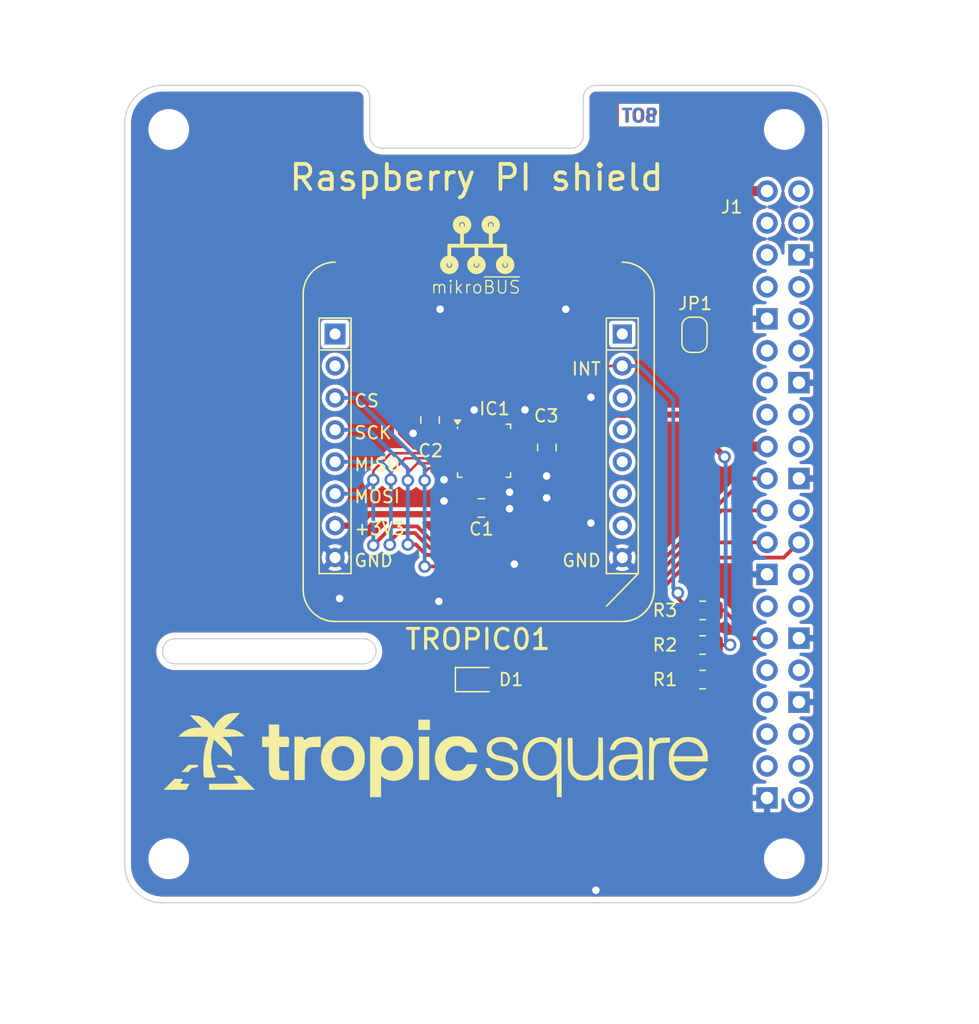
<source format=kicad_pcb>
(kicad_pcb (version 20240108) (generator "pcbnew") (generator_version "8.0")
  (layers (0 "F.Cu" signal) (31 "B.Cu" signal) (34 "B.Paste" user) (35 "F.Paste" user) (36 "B.SilkS" user "B.Silkscreen") (37 "F.SilkS" user "F.Silkscreen") (38 "B.Mask" user) (39 "F.Mask" user) (44 "Edge.Cuts" user))
  (net 0 "")
  (net 1 "GND")
  (net 2 "/GPO")
  (net 3 "VCC")
  (net 4 "/SPI_SCK")
  (net 5 "/SPI_MOSI")
  (net 6 "/SPI_CS")
  (net 7 "/SPI_MISO")
  (net 9 "Net-(D1-A)")
  (net 28 "/GPIO5")
  (net 29 "+5V")
  (net 53 "Net-(J1-Pin_1)")
  (footprint "Capacitor_SMD:C_0805_2012Metric_Pad1.18x1.45mm_HandSolder" (layer "F.Cu") (at 146.1 98.8 90)
    (property "Reference" "C3" (at 2.52 -0.05 360) (layer "F.SilkS"))
    (property "Value" "100n")
    (pad "1" smd roundrect (at -1.0375 0 90) (size 1.175 1.45) (layers "F.Cu" "F.Paste" "F.Mask") (roundrect_rratio 0.212766) (net 1 "GND"))
    (pad "2" smd roundrect (at 1.0375 0 90) (size 1.175 1.45) (layers "F.Cu" "F.Paste" "F.Mask") (roundrect_rratio 0.212766) (net 3 "VCC"))
  )
  (footprint "Capacitor_SMD:C_0805_2012Metric_Pad1.18x1.45mm_HandSolder" (layer "F.Cu") (at 136.8 96.6 90)
    (property "Reference" "C2" (at -2.45 0.05 360) (layer "F.SilkS"))
    (property "Value" "100n")
    (pad "1" smd roundrect (at -1.0375 0 90) (size 1.175 1.45) (layers "F.Cu" "F.Paste" "F.Mask") (roundrect_rratio 0.212766) (net 1 "GND"))
    (pad "2" smd roundrect (at 1.0375 0 90) (size 1.175 1.45) (layers "F.Cu" "F.Paste" "F.Mask") (roundrect_rratio 0.212766) (net 3 "VCC"))
  )
  (footprint "Capacitor_SMD:C_0805_2012Metric_Pad1.18x1.45mm_HandSolder" (layer "F.Cu") (at 140.8875 103.6 180)
    (property "Reference" "C1" (at 0 -1.68 360) (layer "F.SilkS"))
    (property "Value" "100n")
    (pad "1" smd roundrect (at -1.0375 0 180) (size 1.175 1.45) (layers "F.Cu" "F.Paste" "F.Mask") (roundrect_rratio 0.212766) (net 1 "GND"))
    (pad "2" smd roundrect (at 1.0375 0 180) (size 1.175 1.45) (layers "F.Cu" "F.Paste" "F.Mask") (roundrect_rratio 0.212766) (net 3 "VCC"))
  )
  (footprint "ts_logo:tropicsquare_logo" (layer "F.Cu") (at 137.321836 122.762091)
    (property "Reference" "G1" (hide yes))
    (property "Value" "logo" (hide yes))
  )
  (footprint "ts_mikrobus:TROPIC01_mikrobus" (layer "F.Cu") (at 129.24 89.77)
    (property "Reference" "CON1" (hide yes))
    (property "Value" "TROPIC01" (at 11.36 24.28 0) (layer "F.SilkS") (effects (font (size 1.6 1.6) (thickness 0.25))))
    (fp_text user "GND" (at 3.063809 18.015 360) (layer "F.SilkS"))
    (fp_text user "SCK" (at 3.01619 7.855 360) (layer "F.SilkS"))
    (fp_text user "GND" (at 19.616581 18.015 360) (layer "F.SilkS"))
    (fp_text user "+3V3" (at 3.54 15.475 360) (layer "F.SilkS"))
    (fp_text user "CS" (at 2.51619 5.315 360) (layer "F.SilkS"))
    (fp_text user "MISO" (at 3.349524 10.395 360) (layer "F.SilkS"))
    (fp_text user "INT" (at 19.997534 2.775 360) (layer "F.SilkS"))
    (fp_text user "MOSI" (at 3.349524 12.935 360) (layer "F.SilkS"))
    (fp_text user "mikro~{BUS}" (at 11.2 -3.72 360) (layer "F.SilkS") (effects (font (thickness 0.1))))
    (pad "P1" thru_hole rect (at 0 0) (size 1.6764 1.6764) (drill 0.889) (layers "*.Cu" "*.Mask"))
    (pad "P2" thru_hole circle (at 0 2.54) (size 1.524 1.524) (drill 0.889) (layers "*.Cu" "*.Mask"))
    (pad "P3" thru_hole circle (at 0 5.08) (size 1.524 1.524) (drill 0.889) (layers "*.Cu" "*.Mask") (net 6 "/SPI_CS"))
    (pad "P4" thru_hole circle (at 0 7.62) (size 1.524 1.524) (drill 0.889) (layers "*.Cu" "*.Mask") (net 4 "/SPI_SCK"))
    (pad "P5" thru_hole circle (at 0 10.16) (size 1.524 1.524) (drill 0.889) (layers "*.Cu" "*.Mask") (net 7 "/SPI_MISO"))
    (pad "P6" thru_hole circle (at 0 12.7) (size 1.524 1.524) (drill 0.889) (layers "*.Cu" "*.Mask") (net 5 "/SPI_MOSI"))
    (pad "P7" thru_hole circle (at 0 15.24) (size 1.524 1.524) (drill 0.889) (layers "*.Cu" "*.Mask") (net 3 "VCC"))
    (pad "P8" thru_hole circle (at 0 17.78) (size 1.524 1.524) (drill 0.889) (layers "*.Cu" "*.Mask") (net 1 "GND"))
    (pad "P9" thru_hole circle (at 22.86 17.78) (size 1.524 1.524) (drill 0.889) (layers "*.Cu" "*.Mask") (net 1 "GND"))
    (pad "P10" thru_hole circle (at 22.86 15.24) (size 1.524 1.524) (drill 0.889) (layers "*.Cu" "*.Mask"))
    (pad "P11" thru_hole circle (at 22.86 12.7) (size 1.524 1.524) (drill 0.889) (layers "*.Cu" "*.Mask"))
    (pad "P12" thru_hole circle (at 22.86 10.16) (size 1.524 1.524) (drill 0.889) (layers "*.Cu" "*.Mask"))
    (pad "P13" thru_hole circle (at 22.86 7.62) (size 1.524 1.524) (drill 0.889) (layers "*.Cu" "*.Mask"))
    (pad "P14" thru_hole circle (at 22.86 5.08) (size 1.524 1.524) (drill 0.889) (layers "*.Cu" "*.Mask"))
    (pad "P15" thru_hole circle (at 22.86 2.54) (size 1.524 1.524) (drill 0.889) (layers "*.Cu" "*.Mask") (net 2 "/GPO"))
    (pad "P16" thru_hole rect (at 22.86 0) (size 1.524 1.524) (drill 0.889) (layers "*.Cu" "*.Mask"))
  )
  (footprint "Resistor_SMD:R_0805_2012Metric_Pad1.20x1.40mm_HandSolder" (layer "F.Cu") (at 158.5 114.5)
    (property "Reference" "R2" (at -3 0 360) (layer "F.SilkS"))
    (property "Value" "47k")
    (pad "1" smd roundrect (at -1 0) (size 1.2 1.4) (layers "F.Cu" "F.Paste" "F.Mask") (roundrect_rratio 0.208333) (net 6 "/SPI_CS"))
    (pad "2" smd roundrect (at 1 0) (size 1.2 1.4) (layers "F.Cu" "F.Paste" "F.Mask") (roundrect_rratio 0.208333) (net 3 "VCC"))
  )
  (footprint "Resistor_SMD:R_0805_2012Metric_Pad1.20x1.40mm_HandSolder" (layer "F.Cu") (at 158.5 117.25)
    (property "Reference" "R1" (at -3 0 360) (layer "F.SilkS"))
    (property "Value" "1k")
    (pad "1" smd roundrect (at -1 0) (size 1.2 1.4) (layers "F.Cu" "F.Paste" "F.Mask") (roundrect_rratio 0.208333) (net 9 "Net-(D1-A)"))
    (pad "2" smd roundrect (at 1 0) (size 1.2 1.4) (layers "F.Cu" "F.Paste" "F.Mask") (roundrect_rratio 0.208333) (net 3 "VCC"))
  )
  (footprint "Fiducial:Fiducial_0.5mm_Mask1mm" (layer "F.Cu") (at 157.5 131.5)
    (property "Reference" "FID1" (hide yes))
    (property "Value" "Fiducial" (hide yes))
    (pad "" smd circle (at 0 0) (size 0.5 0.5) (layers "F.Cu" "F.Mask") (clearance 0.25))
  )
  (footprint "shields:RPI_Hat_B+" (layer "F.Cu") (at 165 102.5 -90)
    (property "Reference" "J1" (at -22.83 4.19 0) (layer "F.SilkS"))
    (property "Value" "RPI socket")
    (fp_line (start -29.5 52.5) (end 29.5 52.5) (stroke (width 0.1)) (layer "Edge.Cuts"))
    (fp_line (start -32.5 34) (end -32.5 49.5) (stroke (width 0.1)) (layer "Edge.Cuts"))
    (fp_line (start 11.5 33.5) (end 11.5 48.5) (stroke (width 0.1)) (layer "Edge.Cuts"))
    (fp_line (start 13.5 33.5) (end 13.5 48.5) (stroke (width 0.1)) (layer "Edge.Cuts"))
    (fp_line (start -31.5 33) (end -28.5 33) (stroke (width 0.1)) (layer "Edge.Cuts"))
    (fp_line (start -27.5 17) (end -27.5 32) (stroke (width 0.1)) (layer "Edge.Cuts"))
    (fp_line (start -31.5 16) (end -28.5 16) (stroke (width 0.1)) (layer "Edge.Cuts"))
    (fp_line (start -32.5 -0.5) (end -32.5 15) (stroke (width 0.1)) (layer "Edge.Cuts"))
    (fp_line (start 32.5 -0.5) (end 32.5 49.5) (stroke (width 0.1)) (layer "Edge.Cuts"))
    (fp_line (start -29.500001 -3.500001) (end 29.5 -3.5) (stroke (width 0.1)) (layer "Edge.Cuts"))
    (fp_arc (start -29.5 52.5) (mid -31.62132 51.62132) (end -32.5 49.5) (stroke (width 0.1)) (layer "Edge.Cuts"))
    (fp_arc (start 32.5 49.5) (mid 31.62132 51.62132) (end 29.5 52.5) (stroke (width 0.1)) (layer "Edge.Cuts"))
    (fp_arc (start 13.5 48.5) (mid 12.5 49.5) (end 11.5 48.5) (stroke (width 0.1)) (layer "Edge.Cuts"))
    (fp_arc (start -32.5 34) (mid -32.207107 33.292893) (end -31.5 33) (stroke (width 0.1)) (layer "Edge.Cuts"))
    (fp_arc (start 11.5 33.5) (mid 12.5 32.5) (end 13.5 33.5) (stroke (width 0.1)) (layer "Edge.Cuts"))
    (fp_arc (start -27.5 32) (mid -27.792893 32.707107) (end -28.5 33) (stroke (width 0.1)) (layer "Edge.Cuts"))
    (fp_arc (start -31.5 16) (mid -32.207107 15.707107) (end -32.5 15) (stroke (width 0.1)) (layer "Edge.Cuts"))
    (fp_arc (start -28.5 16) (mid -27.792893 16.292893) (end -27.5 17) (stroke (width 0.1)) (layer "Edge.Cuts"))
    (fp_arc (start -32.500001 -0.500001) (mid -31.621321 -2.621321) (end -29.500001 -3.500001) (stroke (width 0.1)) (layer "Edge.Cuts"))
    (fp_arc (start 29.5 -3.5) (mid 31.62132 -2.62132) (end 32.5 -0.5) (stroke (width 0.1)) (layer "Edge.Cuts"))
    (pad "" np_thru_hole circle (at -29 0) (size 2.75 2.75) (drill 2.75) (layers "*.Cu" "*.Mask"))
    (pad "" np_thru_hole circle (at -29 49) (size 2.75 2.75) (drill 2.75) (layers "*.Cu" "*.Mask"))
    (pad "" np_thru_hole circle (at 29 0) (size 2.75 2.75) (drill 2.75) (layers "*.Cu" "*.Mask"))
    (pad "" np_thru_hole circle (at 29 49) (size 2.75 2.75) (drill 2.75) (layers "*.Cu" "*.Mask"))
    (pad "1" thru_hole circle (at -24.1 1.378) (size 1.7 1.7) (drill 1) (layers "*.Cu" "*.Mask") (net 53 "Net-(J1-Pin_1)"))
    (pad "2" thru_hole oval (at -24.1 -1.162) (size 1.7 1.7) (drill 1) (layers "*.Cu" "*.Mask") (net 29 "+5V"))
    (pad "3" thru_hole oval (at -21.56 1.378) (size 1.7 1.7) (drill 1) (layers "*.Cu" "*.Mask"))
    (pad "4" thru_hole oval (at -21.56 -1.162) (size 1.7 1.7) (drill 1) (layers "*.Cu" "*.Mask") (net 29 "+5V"))
    (pad "5" thru_hole oval (at -19.02 1.378) (size 1.7 1.7) (drill 1) (layers "*.Cu" "*.Mask"))
    (pad "6" thru_hole rect (at -19.02 -1.162) (size 1.7 1.7) (drill 1) (layers "*.Cu" "*.Mask") (net 1 "GND"))
    (pad "7" thru_hole oval (at -16.48 1.378) (size 1.7 1.7) (drill 1) (layers "*.Cu" "*.Mask"))
    (pad "8" thru_hole oval (at -16.48 -1.162) (size 1.7 1.7) (drill 1) (layers "*.Cu" "*.Mask"))
    (pad "9" thru_hole rect (at -13.94 1.378) (size 1.7 1.7) (drill 1) (layers "*.Cu" "*.Mask") (net 1 "GND"))
    (pad "10" thru_hole oval (at -13.94 -1.162) (size 1.7 1.7) (drill 1) (layers "*.Cu" "*.Mask"))
    (pad "11" thru_hole oval (at -11.4 1.378) (size 1.7 1.7) (drill 1) (layers "*.Cu" "*.Mask"))
    (pad "12" thru_hole oval (at -11.4 -1.162) (size 1.7 1.7) (drill 1) (layers "*.Cu" "*.Mask"))
    (pad "13" thru_hole oval (at -8.86 1.378) (size 1.7 1.7) (drill 1) (layers "*.Cu" "*.Mask"))
    (pad "14" thru_hole rect (at -8.86 -1.162) (size 1.7 1.7) (drill 1) (layers "*.Cu" "*.Mask") (net 1 "GND"))
    (pad "15" thru_hole oval (at -6.32 1.378) (size 1.7 1.7) (drill 1) (layers "*.Cu" "*.Mask"))
    (pad "16" thru_hole oval (at -6.32 -1.162) (size 1.7 1.7) (drill 1) (layers "*.Cu" "*.Mask"))
    (pad "17" thru_hole oval (at -3.78 1.378) (size 1.7 1.7) (drill 1) (layers "*.Cu" "*.Mask") (net 53 "Net-(J1-Pin_1)"))
    (pad "18" thru_hole oval (at -3.78 -1.162) (size 1.7 1.7) (drill 1) (layers "*.Cu" "*.Mask"))
    (pad "19" thru_hole oval (at -1.24 1.378) (size 1.7 1.7) (drill 1) (layers "*.Cu" "*.Mask") (net 5 "/SPI_MOSI"))
    (pad "20" thru_hole rect (at -1.24 -1.162) (size 1.7 1.7) (drill 1) (layers "*.Cu" "*.Mask") (net 1 "GND"))
    (pad "21" thru_hole oval (at 1.3 1.378) (size 1.7 1.7) (drill 1) (layers "*.Cu" "*.Mask") (net 7 "/SPI_MISO"))
    (pad "22" thru_hole oval (at 1.3 -1.162) (size 1.7 1.7) (drill 1) (layers "*.Cu" "*.Mask"))
    (pad "23" thru_hole oval (at 3.84 1.378) (size 1.7 1.7) (drill 1) (layers "*.Cu" "*.Mask") (net 4 "/SPI_SCK"))
    (pad "24" thru_hole oval (at 3.84 -1.162) (size 1.7 1.7) (drill 1) (layers "*.Cu" "*.Mask") (net 6 "/SPI_CS"))
    (pad "25" thru_hole rect (at 6.38 1.378) (size 1.7 1.7) (drill 1) (layers "*.Cu" "*.Mask") (net 1 "GND"))
    (pad "26" thru_hole oval (at 6.38 -1.162) (size 1.7 1.7) (drill 1) (layers "*.Cu" "*.Mask"))
    (pad "27" thru_hole oval (at 8.92 1.378) (size 1.7 1.7) (drill 1) (layers "*.Cu" "*.Mask"))
    (pad "28" thru_hole oval (at 8.92 -1.162) (size 1.7 1.7) (drill 1) (layers "*.Cu" "*.Mask"))
    (pad "29" thru_hole oval (at 11.46 1.378) (size 1.7 1.7) (drill 1) (layers "*.Cu" "*.Mask") (net 28 "/GPIO5"))
    (pad "30" thru_hole rect (at 11.46 -1.162) (size 1.7 1.7) (drill 1) (layers "*.Cu" "*.Mask") (net 1 "GND"))
    (pad "31" thru_hole oval (at 14 1.378) (size 1.7 1.7) (drill 1) (layers "*.Cu" "*.Mask"))
    (pad "32" thru_hole oval (at 14 -1.162) (size 1.7 1.7) (drill 1) (layers "*.Cu" "*.Mask"))
    (pad "33" thru_hole oval (at 16.54 1.378) (size 1.7 1.7) (drill 1) (layers "*.Cu" "*.Mask"))
    (pad "34" thru_hole rect (at 16.54 -1.162) (size 1.7 1.7) (drill 1) (layers "*.Cu" "*.Mask") (net 1 "GND"))
    (pad "35" thru_hole oval (at 19.08 1.378) (size 1.7 1.7) (drill 1) (layers "*.Cu" "*.Mask"))
    (pad "36" thru_hole oval (at 19.08 -1.162) (size 1.7 1.7) (drill 1) (layers "*.Cu" "*.Mask"))
    (pad "37" thru_hole oval (at 21.62 1.378) (size 1.7 1.7) (drill 1) (layers "*.Cu" "*.Mask"))
    (pad "38" thru_hole oval (at 21.62 -1.162) (size 1.7 1.7) (drill 1) (layers "*.Cu" "*.Mask"))
    (pad "39" thru_hole rect (at 24.16 1.378) (size 1.7 1.7) (drill 1) (layers "*.Cu" "*.Mask") (net 1 "GND"))
    (pad "40" thru_hole oval (at 24.16 -1.162) (size 1.7 1.7) (drill 1) (layers "*.Cu" "*.Mask"))
  )
  (footprint "LED_SMD:LED_0805_2012Metric" (layer "F.Cu") (at 140.5 117.25)
    (property "Reference" "D1" (at 2.75 0 360) (layer "F.SilkS"))
    (property "Value" "LED_G")
    (pad "1" smd roundrect (at -0.9375 0) (size 0.975 1.4) (layers "F.Cu" "F.Paste" "F.Mask") (net 1 "GND"))
    (pad "2" smd roundrect (at 0.9375 0) (size 0.975 1.4) (layers "F.Cu" "F.Paste" "F.Mask") (net 9 "Net-(D1-A)"))
  )
  (footprint "Resistor_SMD:R_0805_2012Metric_Pad1.20x1.40mm_HandSolder" (layer "F.Cu") (at 158.5 111.75)
    (property "Reference" "R3" (at -3 0 360) (layer "F.SilkS"))
    (property "Value" "1k")
    (pad "1" smd roundrect (at -1 0) (size 1.2 1.4) (layers "F.Cu" "F.Paste" "F.Mask") (roundrect_rratio 0.208333) (net 2 "/GPO"))
    (pad "2" smd roundrect (at 1 0) (size 1.2 1.4) (layers "F.Cu" "F.Paste" "F.Mask") (roundrect_rratio 0.208333) (net 28 "/GPIO5"))
  )
  (footprint "_mechanical:SolderJumper-2_P1.3mm_Bridged" (layer "F.Cu") (at 157.85 89.83 -90)
    (property "Reference" "JP1" (at -2.48 -0.05 180) (layer "F.SilkS"))
    (property "Value" "SolderJumper_2_Bridged" (hide yes))
    (fp_poly (pts (xy -0.25 -0.1) (xy 0.25 -0.1) (xy 0.25 0.1) (xy -0.25 0.1)) (fill solid) (layer "F.Cu"))
    (pad "1" smd custom (at -0.6 0 270) (size 1 0.5) (layers "F.Cu" "F.Mask") (net 53 "Net-(J1-Pin_1)") (options (clearance outline) (anchor rect)) (primitives (gr_circle (center 0 0.25) (end 0.5 0.25) (width 0) (fill yes)) (gr_circle (center 0 -0.25) (end 0.5 -0.25) (width 0) (fill yes)) (gr_poly (pts (xy 0.5 0.75) (xy 0 0.75) (xy 0 -0.75) (xy 0.5 -0.75)) (width 0) (fill yes))))
    (pad "2" smd custom (at 0.6 0 270) (size 1 0.5) (layers "F.Cu" "F.Mask") (net 3 "VCC") (options (clearance outline) (anchor rect)) (primitives (gr_circle (center 0 0.25) (end 0.5 0.25) (width 0) (fill yes)) (gr_circle (center 0 -0.25) (end 0.5 -0.25) (width 0) (fill yes)) (gr_poly (pts (xy 0 0.75) (xy -0.5 0.75) (xy -0.5 -0.75) (xy 0 -0.75)) (width 0) (fill yes))))
  )
  (footprint "tropic01_chip:QFN-32-1EP_4x4mm_P0.4mm_EP2.65x2.65mm" (layer "F.Cu") (at 141.1 99.05)
    (property "Reference" "IC1" (at 0.83 -3.34 360) (layer "F.SilkS"))
    (property "Value" "TROPIC01_chip")
    (pad "1" smd custom (at -1.95 -1.4) (size 0.129289 0.129289) (layers "F.Cu" "F.Paste" "F.Mask") (net 3 "VCC") (options (clearance outline) (anchor circle)) (primitives (gr_poly (pts (xy -0.35 -0.05) (xy 0.279289 -0.05) (xy 0.35 0.020711) (xy 0.35 0.05) (xy -0.35 0.05)) (width 0.1) (fill yes))))
    (pad "2" smd roundrect (at -1.95 -1) (size 0.8 0.2) (layers "F.Cu" "F.Paste" "F.Mask") (net 1 "GND"))
    (pad "3" smd roundrect (at -1.95 -0.6) (size 0.8 0.2) (layers "F.Cu" "F.Paste" "F.Mask") (net 1 "GND"))
    (pad "4" smd roundrect (at -1.95 -0.2) (size 0.8 0.2) (layers "F.Cu" "F.Paste" "F.Mask") (net 2 "/GPO"))
    (pad "5" smd roundrect (at -1.95 0.2) (size 0.8 0.2) (layers "F.Cu" "F.Paste" "F.Mask") (net 5 "/SPI_MOSI"))
    (pad "6" smd roundrect (at -1.95 0.6) (size 0.8 0.2) (layers "F.Cu" "F.Paste" "F.Mask") (net 7 "/SPI_MISO"))
    (pad "7" smd roundrect (at -1.95 1) (size 0.8 0.2) (layers "F.Cu" "F.Paste" "F.Mask") (net 4 "/SPI_SCK"))
    (pad "8" smd custom (at -1.95 1.4) (size 0.129289 0.129289) (layers "F.Cu" "F.Paste" "F.Mask") (net 6 "/SPI_CS") (options (clearance outline) (anchor circle)) (primitives (gr_poly (pts (xy -0.35 -0.05) (xy 0.35 -0.05) (xy 0.35 -0.020711) (xy 0.279289 0.05) (xy -0.35 0.05)) (width 0.1) (fill yes))))
    (pad "9" smd custom (at -1.4 1.95) (size 0.129289 0.129289) (layers "F.Cu" "F.Paste" "F.Mask") (net 1 "GND") (options (clearance outline) (anchor circle)) (primitives (gr_poly (pts (xy -0.05 -0.279289) (xy 0.020711 -0.35) (xy 0.05 -0.35) (xy 0.05 0.35) (xy -0.05 0.35)) (width 0.1) (fill yes))))
    (pad "10" smd roundrect (at -1 1.95) (size 0.2 0.8) (layers "F.Cu" "F.Paste" "F.Mask") (net 1 "GND"))
    (pad "11" smd roundrect (at -0.6 1.95) (size 0.2 0.8) (layers "F.Cu" "F.Paste" "F.Mask") (net 3 "VCC"))
    (pad "12" smd roundrect (at -0.2 1.95) (size 0.2 0.8) (layers "F.Cu" "F.Paste" "F.Mask") (net 1 "GND"))
    (pad "13" smd roundrect (at 0.2 1.95) (size 0.2 0.8) (layers "F.Cu" "F.Paste" "F.Mask"))
    (pad "14" smd roundrect (at 0.6 1.95) (size 0.2 0.8) (layers "F.Cu" "F.Paste" "F.Mask"))
    (pad "15" smd roundrect (at 1 1.95) (size 0.2 0.8) (layers "F.Cu" "F.Paste" "F.Mask"))
    (pad "16" smd custom (at 1.4 1.95) (size 0.129289 0.129289) (layers "F.Cu" "F.Paste" "F.Mask") (options (clearance outline) (anchor circle)) (primitives (gr_poly (pts (xy -0.05 -0.35) (xy -0.020711 -0.35) (xy 0.05 -0.279289) (xy 0.05 0.35) (xy -0.05 0.35)) (width 0.1) (fill yes))))
    (pad "17" smd custom (at 1.95 1.4) (size 0.129289 0.129289) (layers "F.Cu" "F.Paste" "F.Mask") (options (clearance outline) (anchor circle)) (primitives (gr_poly (pts (xy -0.35 -0.05) (xy 0.35 -0.05) (xy 0.35 0.05) (xy -0.279289 0.05) (xy -0.35 -0.020711)) (width 0.1) (fill yes))))
    (pad "18" smd roundrect (at 1.95 1) (size 0.8 0.2) (layers "F.Cu" "F.Paste" "F.Mask"))
    (pad "19" smd roundrect (at 1.95 0.6) (size 0.8 0.2) (layers "F.Cu" "F.Paste" "F.Mask"))
    (pad "20" smd roundrect (at 1.95 0.2) (size 0.8 0.2) (layers "F.Cu" "F.Paste" "F.Mask"))
    (pad "21" smd roundrect (at 1.95 -0.2) (size 0.8 0.2) (layers "F.Cu" "F.Paste" "F.Mask"))
    (pad "22" smd roundrect (at 1.95 -0.6) (size 0.8 0.2) (layers "F.Cu" "F.Paste" "F.Mask") (net 3 "VCC"))
    (pad "23" smd roundrect (at 1.95 -1) (size 0.8 0.2) (layers "F.Cu" "F.Paste" "F.Mask") (net 1 "GND"))
    (pad "24" smd custom (at 1.95 -1.4) (size 0.129289 0.129289) (layers "F.Cu" "F.Paste" "F.Mask") (net 3 "VCC") (options (clearance outline) (anchor circle)) (primitives (gr_poly (pts (xy -0.35 0.020711) (xy -0.279289 -0.05) (xy 0.35 -0.05) (xy 0.35 0.05) (xy -0.35 0.05)) (width 0.1) (fill yes))))
    (pad "25" smd custom (at 1.4 -1.95) (size 0.129289 0.129289) (layers "F.Cu" "F.Paste" "F.Mask") (options (clearance outline) (anchor circle)) (primitives (gr_poly (pts (xy -0.05 -0.35) (xy 0.05 -0.35) (xy 0.05 0.279289) (xy -0.020711 0.35) (xy -0.05 0.35)) (width 0.1) (fill yes))))
    (pad "26" smd roundrect (at 1 -1.95) (size 0.2 0.8) (layers "F.Cu" "F.Paste" "F.Mask"))
    (pad "27" smd roundrect (at 0.6 -1.95) (size 0.2 0.8) (layers "F.Cu" "F.Paste" "F.Mask"))
    (pad "28" smd roundrect (at 0.2 -1.95) (size 0.2 0.8) (layers "F.Cu" "F.Paste" "F.Mask"))
    (pad "29" smd roundrect (at -0.2 -1.95) (size 0.2 0.8) (layers "F.Cu" "F.Paste" "F.Mask"))
    (pad "30" smd roundrect (at -0.6 -1.95) (size 0.2 0.8) (layers "F.Cu" "F.Paste" "F.Mask") (net 1 "GND"))
    (pad "31" smd roundrect (at -1 -1.95) (size 0.2 0.8) (layers "F.Cu" "F.Paste" "F.Mask") (net 1 "GND"))
    (pad "32" smd custom (at -1.4 -1.95) (size 0.129289 0.129289) (layers "F.Cu" "F.Paste" "F.Mask") (options (clearance outline) (anchor circle)) (primitives (gr_poly (pts (xy -0.05 -0.35) (xy 0.05 -0.35) (xy 0.05 0.35) (xy 0.020711 0.35) (xy -0.05 0.279289)) (width 0.1) (fill yes))))
    (pad "33" smd rect (at 0 0) (size 2.65 2.65) (property pad_prop_heatsink) (layers "F.Cu" "F.Mask") (net 1 "GND"))
  )
  (gr_text "TOP" (at 152 73 0) (layer "F.Cu") (effects (font (size 1 1) (thickness 0.2) (bold yes)) (justify left bottom)))
  (gr_text "BOT" (at 155 73 0) (layer "B.Cu") (effects (font (size 1 1) (thickness 0.2) (bold yes)) (justify left bottom mirror)))
  (gr_text "Raspberry PI shield" (at 140.5 78.5 0) (layer "F.SilkS") (effects (font (size 2 2) (thickness 0.3)) (justify bottom)))
  (segment (start 142.1 98.05) (end 141.1 99.05) (width 0.2) (layer "F.Cu") (net 1))
  (segment (start 139.15 98.45) (end 140.5 98.45) (width 0.2) (layer "F.Cu") (net 1))
  (segment (start 140.9 99.25) (end 141.1 99.05) (width 0.2) (layer "F.Cu") (net 1))
  (segment (start 140.1 98.05) (end 141.1 99.05) (width 0.2) (layer "F.Cu") (net 1))
  (segment (start 144.23 98.05) (end 144.8 98.62) (width 0.2) (layer "F.Cu") (net 1))
  (segment (start 141.925 102.785) (end 141.925 103.6) (width 0.2) (layer "F.Cu") (net 1))
  (segment (start 139.15 98.05) (end 140.1 98.05) (width 0.2) (layer "F.Cu") (net 1))
  (segment (start 140.1 101) (end 140.1 101.65) (width 0.2) (layer "F.Cu") (net 1))
  (segment (start 140.1 97.1) (end 140.1 98.05) (width 0.2) (layer "F.Cu") (net 1))
  (segment (start 140.1 97.1) (end 140.1 96.02) (width 0.2) (layer "F.Cu") (net 1))
  (segment (start 139.7 101.68) (end 139.44 101.94) (width 0.2) (layer "F.Cu") (net 1))
  (segment (start 140.9 101.76) (end 141.925 102.785) (width 0.2) (layer "F.Cu") (net 1))
  (segment (start 140.9 101) (end 140.9 101.76) (width 0.2) (layer "F.Cu") (net 1))
  (segment (start 144.8 98.62) (end 144.8 99.47) (width 0.2) (layer "F.Cu") (net 1))
  (segment (start 140.1 100.05) (end 141.1 99.05) (width 0.2) (layer "F.Cu") (net 1))
  (segment (start 140.1 101) (end 140.1 100.05) (width 0.2) (layer "F.Cu") (net 1))
  (segment (start 143.05 98.05) (end 142.1 98.05) (width 0.2) (layer "F.Cu") (net 1))
  (segment (start 145.1675 99.8375) (end 146.1 99.8375) (width 0.2) (layer "F.Cu") (net 1))
  (segment (start 139.81 101.94) (end 139.44 101.94) (width 0.2) (layer "F.Cu") (net 1))
  (segment (start 140.1 101.65) (end 139.81 101.94) (width 0.2) (layer "F.Cu") (net 1))
  (segment (start 140.5 97.1) (end 140.5 96) (width 0.2) (layer "F.Cu") (net 1))
  (segment (start 139.44 101.94) (end 138.49 101.94) (width 0.2) (layer "F.Cu") (net 1))
  (segment (start 139.7 101) (end 139.7 101.68) (width 0.2) (layer "F.Cu") (net 1))
  (segment (start 138.49 101.94) (end 137.91 101.36) (width 0.2) (layer "F.Cu") (net 1))
  (segment (start 140.1 96.02) (end 140.31 95.81) (width 0.2) (layer "F.Cu") (net 1))
  (segment (start 139.15 98.45) (end 137.6125 98.45) (width 0.2) (layer "F.Cu") (net 1))
  (segment (start 140.5 98.45) (end 141.1 99.05) (width 0.2) (layer "F.Cu") (net 1))
  (segment (start 144.8 99.47) (end 145.1675 99.8375) (width 0.2) (layer "F.Cu") (net 1))
  (segment (start 140.5 96) (end 140.31 95.81) (width 0.2) (layer "F.Cu") (net 1))
  (segment (start 137.6125 98.45) (end 136.8 97.6375) (width 0.2) (layer "F.Cu") (net 1))
  (segment (start 139.15 98.05) (end 137.2125 98.05) (width 0.2) (layer "F.Cu") (net 1))
  (segment (start 140.5 97.1) (end 140.5 98.45) (width 0.2) (layer "F.Cu") (net 1))
  (segment (start 137.2125 98.05) (end 136.8 97.6375) (width 0.2) (layer "F.Cu") (net 1))
  (segment (start 140.01 100.14) (end 141.1 99.05) (width 0.2) (layer "F.Cu") (net 1))
  (segment (start 143.05 98.05) (end 144.23 98.05) (width 0.2) (layer "F.Cu") (net 1))
  (segment (start 140.9 101) (end 140.9 99.25) (width 0.2) (layer "F.Cu") (net 1))
  (via (at 137.6 87.8) (size 1) (drill 0.6) (layers "F.Cu" "B.Cu") (net 1))
  (via (at 149.6 104.8) (size 1) (drill 0.6) (layers "F.Cu" "B.Cu") (net 1))
  (via (at 137.5 111.03) (size 1) (drill 0.6) (layers "F.Cu" "B.Cu") (net 1))
  (via (at 143.13 103.66) (size 1) (drill 0.6) (layers "F.Cu" "B.Cu") (net 1))
  (via (at 140.31 95.81) (size 1) (drill 0.6) (layers "F.Cu" "B.Cu") (net 1))
  (via (at 150 134) (size 1) (drill 0.6) (layers "F.Cu" "B.Cu") (net 1))
  (via (at 129.6 110.8) (size 1) (drill 0.6) (layers "F.Cu" "B.Cu") (net 1))
  (via (at 146.08 102.8) (size 1) (drill 0.6) (layers "F.Cu" "B.Cu") (net 1))
  (via (at 146.08 101.06) (size 1) (drill 0.6) (layers "F.Cu" "B.Cu") (net 1))
  (via (at 143.13 102.35) (size 1) (drill 0.6) (layers "F.Cu" "B.Cu") (net 1))
  (via (at 137.91 101.36) (size 1) (drill 0.6) (layers "F.Cu" "B.Cu") (net 1))
  (via (at 135.45 97.67) (size 1) (drill 0.6) (layers "F.Cu" "B.Cu") (net 1))
  (via (at 143.51 108.07) (size 1) (drill 0.6) (layers "F.Cu" "B.Cu") (net 1))
  (via (at 149.6 94.8) (size 1) (drill 0.6) (layers "F.Cu" "B.Cu") (net 1))
  (via (at 147.6 87.8) (size 1) (drill 0.6) (layers "F.Cu" "B.Cu") (net 1))
  (via (at 144.35 95.8) (size 1) (drill 0.6) (layers "F.Cu" "B.Cu") (net 1))
  (via (at 137.91 103.05) (size 1) (drill 0.6) (layers "F.Cu" "B.Cu") (net 1))
  (segment (start 156.52 110.36) (end 156.52 110.77) (width 0.3) (layer "F.Cu") (net 2))
  (segment (start 135.498629 98.85) (end 134.33 97.681371) (width 0.2) (layer "F.Cu") (net 2))
  (segment (start 139.15 98.85) (end 135.498629 98.85) (width 0.2) (layer "F.Cu") (net 2))
  (segment (start 134.33 97.681371) (end 134.33 94.05) (width 0.2) (layer "F.Cu") (net 2))
  (segment (start 136.07 92.31) (end 152.6 92.31) (width 0.2) (layer "F.Cu") (net 2))
  (segment (start 156.52 110.77) (end 157.5 111.75) (width 0.3) (layer "F.Cu") (net 2))
  (segment (start 134.33 94.05) (end 136.07 92.31) (width 0.2) (layer "F.Cu") (net 2))
  (via (at 156.52 110.36) (size 1) (drill 0.6) (layers "F.Cu" "B.Cu") (net 2))
  (segment (start 156.16 110) (end 156.16 94.99) (width 0.3) (layer "B.Cu") (net 2))
  (segment (start 156.52 110.36) (end 156.16 110) (width 0.3) (layer "B.Cu") (net 2))
  (segment (start 153.48 92.31) (end 152.1 92.31) (width 0.3) (layer "B.Cu") (net 2))
  (segment (start 156.16 94.99) (end 153.48 92.31) (width 0.3) (layer "B.Cu") (net 2))
  (segment (start 157.88 96.178) (end 148.002 96.178) (width 0.5) (layer "F.Cu") (net 3))
  (segment (start 138.025 104.1) (end 139.195 105.27) (width 0.5) (layer "F.Cu") (net 3))
  (segment (start 131.02 105.01) (end 131.93 104.1) (width 0.5) (layer "F.Cu") (net 3))
  (segment (start 148.002 96.178) (end 147.61 96.57) (width 0.5) (layer "F.Cu") (net 3))
  (segment (start 139.83 103.58) (end 139.85 103.6) (width 0.5) (layer "F.Cu") (net 3))
  (segment (start 160.67 114.5) (end 160.68 114.49) (width 0.3) (layer "F.Cu") (net 3))
  (segment (start 137.5125 95.5625) (end 136.8 95.5625) (width 0.2) (layer "F.Cu") (net 3))
  (segment (start 143.92 98.45) (end 144.4 98.93) (width 0.2) (layer "F.Cu") (net 3))
  (segment (start 145.9875 97.65) (end 146.1 97.7625) (width 0.2) (layer "F.Cu") (net 3))
  (segment (start 129.74 105.01) (end 131.02 105.01) (width 0.5) (layer "F.Cu") (net 3))
  (segment (start 139.82 105.27) (end 144.4 105.27) (width 0.5) (layer "F.Cu") (net 3))
  (segment (start 159.5 114.5) (end 160.67 114.5) (width 0.3) (layer "F.Cu") (net 3))
  (segment (start 139.195 105.27) (end 139.82 105.27) (width 0.5) (layer "F.Cu") (net 3))
  (segment (start 144.4 105.27) (end 145.72 105.27) (width 0.5) (layer "F.Cu") (net 3))
  (segment (start 157.86 97.16) (end 157.86 96.198) (width 0.5) (layer "F.Cu") (net 3))
  (segment (start 146.1 97.7625) (end 147.5925 97.7625) (width 0.2) (layer "F.Cu") (net 3))
  (segment (start 147.61 103.38) (end 147.61 97.78) (width 0.5) (layer "F.Cu") (net 3))
  (segment (start 139.85 105.24) (end 139.82 105.27) (width 0.2) (layer "F.Cu") (net 3))
  (segment (start 147.5925 97.7625) (end 147.61 97.78) (width 0.2) (layer "F.Cu") (net 3))
  (segment (start 157.86 96.198) (end 157.88 96.178) (width 0.5) (layer "F.Cu") (net 3))
  (segment (start 157.85 90.43) (end 157.85 96.148) (width 0.8) (layer "F.Cu") (net 3))
  (segment (start 147.61 97.78) (end 147.61 96.57) (width 0.5) (layer "F.Cu") (net 3))
  (segment (start 140.5 101) (end 140.5 101.82) (width 0.2) (layer "F.Cu") (net 3))
  (segment (start 159.5 117.25) (end 159.5 114.5) (width 0.3) (layer "F.Cu") (net 3))
  (segment (start 143.05 98.45) (end 143.92 98.45) (width 0.2) (layer "F.Cu") (net 3))
  (segment (start 160.24 99.54) (end 157.86 97.16) (width 0.5) (layer "F.Cu") (net 3))
  (segment (start 145.72 105.27) (end 147.61 103.38) (width 0.5) (layer "F.Cu") (net 3))
  (segment (start 131.93 104.1) (end 138.025 104.1) (width 0.5) (layer "F.Cu") (net 3))
  (segment (start 157.85 96.148) (end 157.88 96.178) (width 0.8) (layer "F.Cu") (net 3))
  (segment (start 137.12 94.33) (end 136.8 94.65) (width 0.5) (layer "F.Cu") (net 3))
  (segment (start 144.4 98.93) (end 144.4 105.27) (width 0.2) (layer "F.Cu") (net 3))
  (segment (start 139.15 97.65) (end 138.48 97.65) (width 0.2) (layer "F.Cu") (net 3))
  (segment (start 145.37 94.33) (end 137.12 94.33) (width 0.5) (layer "F.Cu") (net 3))
  (segment (start 139.85 102.47) (end 139.85 103.6) (width 0.2) (layer "F.Cu") (net 3))
  (segment (start 138.48 97.65) (end 138.11 97.28) (width 0.2) (layer "F.Cu") (net 3))
  (segment (start 147.61 96.57) (end 145.37 94.33) (width 0.5) (layer "F.Cu") (net 3))
  (segment (start 136.8 94.65) (end 136.8 95.5625) (width 0.5) (layer "F.Cu") (net 3))
  (segment (start 138.11 97.28) (end 138.11 96.16) (width 0.2) (layer "F.Cu") (net 3))
  (segment (start 140.5 101.82) (end 139.85 102.47) (width 0.2) (layer "F.Cu") (net 3))
  (segment (start 139.85 103.6) (end 139.85 105.24) (width 0.2) (layer "F.Cu") (net 3))
  (segment (start 143.05 97.65) (end 145.9875 97.65) (width 0.2) (layer "F.Cu") (net 3))
  (segment (start 138.11 96.16) (end 137.5125 95.5625) (width 0.2) (layer "F.Cu") (net 3))
  (via (at 160.24 99.54) (size 1) (drill 0.6) (layers "F.Cu" "B.Cu") (net 3))
  (via (at 160.68 114.49) (size 1) (drill 0.6) (layers "F.Cu" "B.Cu") (net 3))
  (segment (start 160.33 114.14) (end 160.68 114.49) (width 0.3) (layer "B.Cu") (net 3))
  (segment (start 160.24 99.54) (end 160.33 99.63) (width 0.3) (layer "B.Cu") (net 3))
  (segment (start 160.33 99.63) (end 160.33 114.14) (width 0.3) (layer "B.Cu") (net 3))
  (segment (start 135.67 106.51) (end 136.5 107.34) (width 0.3) (layer "F.Cu") (net 4))
  (segment (start 136.5 107.34) (end 137.567106 107.34) (width 0.3) (layer "F.Cu") (net 4))
  (segment (start 140.447106 110.22) (end 154.37 110.22) (width 0.3) (layer "F.Cu") (net 4))
  (segment (start 158.25 106.34) (end 163.622 106.34) (width 0.3) (layer "F.Cu") (net 4))
  (segment (start 135.03 106.51) (end 135.67 106.51) (width 0.3) (layer "F.Cu") (net 4))
  (segment (start 154.37 110.22) (end 158.25 106.34) (width 0.3) (layer "F.Cu") (net 4))
  (segment (start 137.567106 107.34) (end 140.447106 110.22) (width 0.3) (layer "F.Cu") (net 4))
  (segment (start 135.03 100.81) (end 135.79 100.05) (width 0.2) (layer "F.Cu") (net 4))
  (segment (start 135.79 100.05) (end 139.15 100.05) (width 0.2) (layer "F.Cu") (net 4))
  (segment (start 135.03 101.42) (end 135.03 100.81) (width 0.2) (layer "F.Cu") (net 4))
  (via (at 135.03 101.42) (size 1) (drill 0.6) (layers "F.Cu" "B.Cu") (net 4))
  (via (at 135.03 106.51) (size 1) (drill 0.6) (layers "F.Cu" "B.Cu") (net 4))
  (segment (start 135.03 100.48) (end 131.94 97.39) (width 0.3) (layer "B.Cu") (net 4))
  (segment (start 135.03 101.42) (end 135.03 100.48) (width 0.3) (layer "B.Cu") (net 4))
  (segment (start 135.03 106.51) (end 135.03 101.42) (width 0.3) (layer "B.Cu") (net 4))
  (segment (start 131.94 97.39) (end 129.74 97.39) (width 0.3) (layer "B.Cu") (net 4))
  (segment (start 153.86 109.22) (end 140.861318 109.22) (width 0.3) (layer "F.Cu") (net 5))
  (segment (start 132.28 101.38) (end 132.28 100.644314) (width 0.2) (layer "F.Cu") (net 5))
  (segment (start 133.78 105.07) (end 132.28 106.57) (width 0.3) (layer "F.Cu") (net 5))
  (segment (start 136.967106 106.26) (end 135.777106 105.07) (width 0.3) (layer "F.Cu") (net 5))
  (segment (start 163.622 101.26) (end 161.82 101.26) (width 0.3) (layer "F.Cu") (net 5))
  (segment (start 135.777106 105.07) (end 133.78 105.07) (width 0.3) (layer "F.Cu") (net 5))
  (segment (start 133.674314 99.25) (end 139.15 99.25) (width 0.2) (layer "F.Cu") (net 5))
  (segment (start 132.28 100.644314) (end 133.674314 99.25) (width 0.2) (layer "F.Cu") (net 5))
  (segment (start 138.194212 106.552893) (end 137.901319 106.26) (width 0.3) (layer "F.Cu") (net 5))
  (segment (start 129.74 102.36) (end 129.74 102.47) (width 0.2) (layer "F.Cu") (net 5))
  (segment (start 137.901319 106.26) (end 136.967106 106.26) (width 0.3) (layer "F.Cu") (net 5))
  (segment (start 140.861318 109.22) (end 138.194212 106.552893) (width 0.3) (layer "F.Cu") (net 5))
  (segment (start 161.82 101.26) (end 153.86 109.22) (width 0.3) (layer "F.Cu") (net 5))
  (via (at 132.28 106.57) (size 1) (drill 0.6) (layers "F.Cu" "B.Cu") (net 5))
  (via (at 132.28 101.38) (size 1) (drill 0.6) (layers "F.Cu" "B.Cu") (net 5))
  (segment (start 132.28 101.38) (end 131.19 102.47) (width 0.3) (layer "B.Cu") (net 5))
  (segment (start 131.19 102.47) (end 129.74 102.47) (width 0.3) (layer "B.Cu") (net 5))
  (segment (start 132.28 106.57) (end 132.28 101.38) (width 0.3) (layer "B.Cu") (net 5))
  (segment (start 137.77 108.25) (end 140.24 110.72) (width 0.3) (layer "F.Cu") (net 6))
  (segment (start 156.26 114.5) (end 154.577107 112.817107) (width 0.3) (layer "F.Cu") (net 6))
  (segment (start 136.37 101.42) (end 136.37 100.77) (width 0.2) (layer "F.Cu") (net 6))
  (segment (start 136.37 100.77) (end 136.69 100.45) (width 0.2) (layer "F.Cu") (net 6))
  (segment (start 164.952 107.55) (end 166.162 106.34) (width 0.3) (layer "F.Cu") (net 6))
  (segment (start 157.5 114.5) (end 156.26 114.5) (width 0.3) (layer "F.Cu") (net 6))
  (segment (start 136.38 108.25) (end 137.77 108.25) (width 0.3) (layer "F.Cu") (net 6))
  (segment (start 140.24 110.72) (end 154.577107 110.72) (width 0.3) (layer "F.Cu") (net 6))
  (segment (start 154.577107 112.817107) (end 154.577107 110.72) (width 0.3) (layer "F.Cu") (net 6))
  (segment (start 136.37 108.26) (end 136.38 108.25) (width 0.3) (layer "F.Cu") (net 6))
  (segment (start 157.747107 107.55) (end 164.952 107.55) (width 0.3) (layer "F.Cu") (net 6))
  (segment (start 136.69 100.45) (end 139.15 100.45) (width 0.2) (layer "F.Cu") (net 6))
  (segment (start 154.577107 110.72) (end 157.747107 107.55) (width 0.3) (layer "F.Cu") (net 6))
  (via (at 136.37 101.42) (size 1) (drill 0.6) (layers "F.Cu" "B.Cu") (net 6))
  (via (at 136.37 108.26) (size 1) (drill 0.6) (layers "F.Cu" "B.Cu") (net 6))
  (segment (start 136.37 100.34) (end 130.88 94.85) (width 0.3) (layer "B.Cu") (net 6))
  (segment (start 136.37 101.42) (end 136.37 100.34) (width 0.3) (layer "B.Cu") (net 6))
  (segment (start 130.88 94.85) (end 129.74 94.85) (width 0.3) (layer "B.Cu") (net 6))
  (segment (start 136.37 108.26) (end 136.37 101.42) (width 0.3) (layer "B.Cu") (net 6))
  (segment (start 133.595 106.255) (end 134.26 105.59) (width 0.3) (layer "F.Cu") (net 7))
  (segment (start 154.067106 109.72) (end 159.987106 103.8) (width 0.3) (layer "F.Cu") (net 7))
  (segment (start 135.59 105.59) (end 136.76 106.76) (width 0.3) (layer "F.Cu") (net 7))
  (segment (start 133.595 106.525) (end 133.595 106.255) (width 0.3) (layer "F.Cu") (net 7))
  (segment (start 136.76 106.76) (end 137.694212 106.76) (width 0.3) (layer "F.Cu") (net 7))
  (segment (start 159.987106 103.8) (end 163.622 103.8) (width 0.3) (layer "F.Cu") (net 7))
  (segment (start 134.26 105.59) (end 135.59 105.59) (width 0.3) (layer "F.Cu") (net 7))
  (segment (start 134.82 99.65) (end 139.15 99.65) (width 0.2) (layer "F.Cu") (net 7))
  (segment (start 133.68 100.79) (end 134.82 99.65) (width 0.2) (layer "F.Cu") (net 7))
  (segment (start 137.694212 106.76) (end 140.654212 109.72) (width 0.3) (layer "F.Cu") (net 7))
  (segment (start 140.654212 109.72) (end 154.067106 109.72) (width 0.3) (layer "F.Cu") (net 7))
  (segment (start 133.68 101.35) (end 133.68 100.79) (width 0.2) (layer "F.Cu") (net 7))
  (via (at 133.595 106.525) (size 1) (drill 0.6) (layers "F.Cu" "B.Cu") (net 7))
  (via (at 133.68 101.35) (size 1) (drill 0.6) (layers "F.Cu" "B.Cu") (net 7))
  (segment (start 133.68 106.44) (end 133.68 101.35) (width 0.3) (layer "B.Cu") (net 7))
  (segment (start 132.91 99.93) (end 129.74 99.93) (width 0.3) (layer "B.Cu") (net 7))
  (segment (start 133.68 100.7) (end 132.91 99.93) (width 0.3) (layer "B.Cu") (net 7))
  (segment (start 133.68 101.35) (end 133.68 100.7) (width 0.3) (layer "B.Cu") (net 7))
  (segment (start 133.595 106.525) (end 133.68 106.44) (width 0.3) (layer "B.Cu") (net 7))
  (segment (start 141.4375 117.25) (end 157.5 117.25) (width 0.3) (layer "F.Cu") (net 9))
  (segment (start 162.42 113.96) (end 163.622 113.96) (width 0.3) (layer "F.Cu") (net 28))
  (segment (start 160.21 111.75) (end 162.42 113.96) (width 0.3) (layer "F.Cu") (net 28))
  (segment (start 159.5 111.75) (end 160.21 111.75) (width 0.3) (layer "F.Cu") (net 28))
  (segment (start 160.31 86.51) (end 160.31 79.71) (width 0.8) (layer "F.Cu") (net 53))
  (segment (start 157.85 87.76) (end 159.1 86.51) (width 0.8) (layer "F.Cu") (net 53))
  (segment (start 160.31 79.71) (end 161.62 78.4) (width 0.8) (layer "F.Cu") (net 53))
  (segment (start 161.91 98.72) (end 160.31 97.12) (width 0.8) (layer "F.Cu") (net 53))
  (segment (start 160.31 97.12) (end 160.31 86.51) (width 0.8) (layer "F.Cu") (net 53))
  (segment (start 159.1 86.51) (end 160.31 86.51) (width 0.8) (layer "F.Cu") (net 53))
  (segment (start 157.85 89.23) (end 157.85 87.76) (width 0.8) (layer "F.Cu") (net 53))
  (segment (start 163.622 98.72) (end 161.91 98.72) (width 0.8) (layer "F.Cu") (net 53))
  (segment (start 161.62 78.4) (end 163.622 78.4) (width 0.8) (layer "F.Cu") (net 53))
  (zone (net 1) (net_name "GND") (layers "F&B.Cu") (connect_pads (clearance 0.3)) (min_thickness 0.25) (fill yes (thermal_gap 0.3) (thermal_bridge_width 0.5))
    (polygon (pts (xy 112.75 70.25) (xy 168.25 70.25) (xy 168.25 134.75) (xy 112.75 134.75)))
  )
)
</source>
